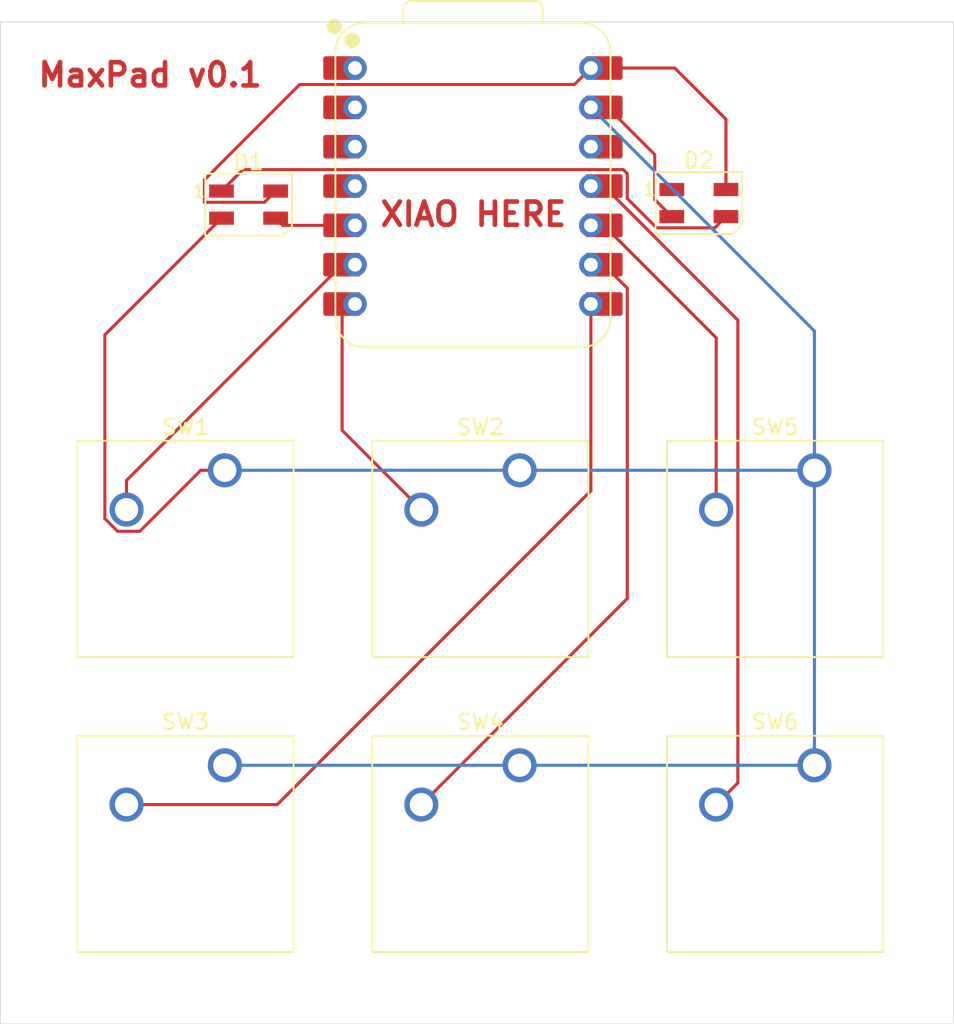
<source format=kicad_pcb>
(kicad_pcb (version 20241229) (generator "pcbnew") (generator_version "9.0")
  (layers (0 "F.Cu" signal) (2 "B.Cu" signal) (13 "F.Paste" user) (15 "B.Paste" user) (5 "F.SilkS" user "F.Silkscreen") (7 "B.SilkS" user "B.Silkscreen") (1 "F.Mask" user) (3 "B.Mask" user) (25 "Edge.Cuts" user))
  (net 0 "")
  (net 1 "+5V")
  (net 2 "Net-(D1-DIN)")
  (net 3 "Net-(D1-DOUT)")
  (net 4 "GND")
  (net 6 "Net-(U1-GPIO1{slash}RX)")
  (net 8 "Net-(U1-GPIO7{slash}SCL)")
  (net 12 "Net-(U1-GPIO0{slash}TX)")
  (net 14 "Net-(U1-GPIO2{slash}SCK)")
  (net 15 "Net-(U1-GPIO4{slash}MISO)")
  (net 16 "Net-(U1-GPIO3{slash}MOSI)")
  (footprint "Button_Switch_Keyboard:SW_Cherry_MX_1.00u_PCB" (layer "F.Cu") (at 159.7025 85.4075)
    (property "Reference" "SW6" (at -2.54 -2.794 0) (layer "F.SilkS"))
    (property "Value" "SW_Push")
    (fp_line (start -9.525 -1.905) (end 4.445 -1.905) (stroke (width 0.12)) (layer "F.SilkS"))
    (fp_line (start -9.525 12.065) (end -9.525 -1.905) (stroke (width 0.12)) (layer "F.SilkS"))
    (fp_line (start 4.445 -1.905) (end 4.445 12.065) (stroke (width 0.12)) (layer "F.SilkS"))
    (fp_line (start 4.445 12.065) (end -9.525 12.065) (stroke (width 0.12)) (layer "F.SilkS"))
    (pad "" np_thru_hole circle (at -7.62 5.08) (size 1.7 1.7) (drill 1.7) (layers "*.Cu" "*.Mask"))
    (pad "" np_thru_hole circle (at -2.54 5.08) (size 4 4) (drill 4) (layers "*.Cu" "*.Mask"))
    (pad "" np_thru_hole circle (at 2.54 5.08) (size 1.7 1.7) (drill 1.7) (layers "*.Cu" "*.Mask"))
    (pad "1" thru_hole circle (at 0 0) (size 2.2 2.2) (drill 1.5) (layers "*.Cu" "*.Mask") (net 4 "GND"))
    (pad "2" thru_hole circle (at -6.35 2.54) (size 2.2 2.2) (drill 1.5) (layers "*.Cu" "*.Mask") (net 16 "Net-(U1-GPIO3{slash}MOSI)"))
  )
  (footprint "Button_Switch_Keyboard:SW_Cherry_MX_1.00u_PCB" (layer "F.Cu") (at 121.6025 85.4075)
    (property "Reference" "SW3" (at -2.54 -2.794 0) (layer "F.SilkS"))
    (property "Value" "SW_Push")
    (fp_line (start -9.525 -1.905) (end 4.445 -1.905) (stroke (width 0.12)) (layer "F.SilkS"))
    (fp_line (start -9.525 12.065) (end -9.525 -1.905) (stroke (width 0.12)) (layer "F.SilkS"))
    (fp_line (start 4.445 -1.905) (end 4.445 12.065) (stroke (width 0.12)) (layer "F.SilkS"))
    (fp_line (start 4.445 12.065) (end -9.525 12.065) (stroke (width 0.12)) (layer "F.SilkS"))
    (pad "" np_thru_hole circle (at -7.62 5.08) (size 1.7 1.7) (drill 1.7) (layers "*.Cu" "*.Mask"))
    (pad "" np_thru_hole circle (at -2.54 5.08) (size 4 4) (drill 4) (layers "*.Cu" "*.Mask"))
    (pad "" np_thru_hole circle (at 2.54 5.08) (size 1.7 1.7) (drill 1.7) (layers "*.Cu" "*.Mask"))
    (pad "1" thru_hole circle (at 0 0) (size 2.2 2.2) (drill 1.5) (layers "*.Cu" "*.Mask") (net 4 "GND"))
    (pad "2" thru_hole circle (at -6.35 2.54) (size 2.2 2.2) (drill 1.5) (layers "*.Cu" "*.Mask") (net 6 "Net-(U1-GPIO1{slash}RX)"))
  )
  (footprint "Button_Switch_Keyboard:SW_Cherry_MX_1.00u_PCB" (layer "F.Cu") (at 140.6525 66.3575)
    (property "Reference" "SW2" (at -2.54 -2.794 0) (layer "F.SilkS"))
    (property "Value" "SW_Push")
    (fp_line (start -9.525 -1.905) (end 4.445 -1.905) (stroke (width 0.12)) (layer "F.SilkS"))
    (fp_line (start -9.525 12.065) (end -9.525 -1.905) (stroke (width 0.12)) (layer "F.SilkS"))
    (fp_line (start 4.445 -1.905) (end 4.445 12.065) (stroke (width 0.12)) (layer "F.SilkS"))
    (fp_line (start 4.445 12.065) (end -9.525 12.065) (stroke (width 0.12)) (layer "F.SilkS"))
    (pad "" np_thru_hole circle (at -7.62 5.08) (size 1.7 1.7) (drill 1.7) (layers "*.Cu" "*.Mask"))
    (pad "" np_thru_hole circle (at -2.54 5.08) (size 4 4) (drill 4) (layers "*.Cu" "*.Mask"))
    (pad "" np_thru_hole circle (at 2.54 5.08) (size 1.7 1.7) (drill 1.7) (layers "*.Cu" "*.Mask"))
    (pad "1" thru_hole circle (at 0 0) (size 2.2 2.2) (drill 1.5) (layers "*.Cu" "*.Mask") (net 4 "GND"))
    (pad "2" thru_hole circle (at -6.35 2.54) (size 2.2 2.2) (drill 1.5) (layers "*.Cu" "*.Mask") (net 12 "Net-(U1-GPIO0{slash}TX)"))
  )
  (footprint "LED_SMD:LED_SK6812MINI_PLCC4_3.5x3.5mm_P1.75mm" (layer "F.Cu") (at 123.13625 49.2)
    (property "Reference" "D1" (at 0 -2.75 0) (layer "F.SilkS"))
    (property "Value" "SK6812MINI")
    (fp_line (start -2.8 -2) (end -2.8 2) (stroke (width 0.12)) (layer "F.SilkS"))
    (fp_line (start -2.8 -2) (end 2.8 -2) (stroke (width 0.12)) (layer "F.SilkS"))
    (fp_line (start -2.8 2) (end 2.2 2) (stroke (width 0.12)) (layer "F.SilkS"))
    (fp_line (start 2.8 1.4) (end 2.2 2) (stroke (width 0.12)) (layer "F.SilkS"))
    (fp_line (start 2.8 1.4) (end 2.8 -2) (stroke (width 0.12)) (layer "F.SilkS"))
    (fp_text user "1" (at -3.2 -0.875 0) (layer "F.SilkS") (effects (font (size 0.8 0.8))))
    (pad "1" smd rect (at -1.75 -0.875) (size 1.6 0.85) (layers "F.Cu" "F.Mask" "F.Paste") (net 3 "Net-(D1-DOUT)"))
    (pad "2" smd rect (at -1.75 0.875) (size 1.6 0.85) (layers "F.Cu" "F.Mask" "F.Paste") (net 4 "GND"))
    (pad "3" smd rect (at 1.75 0.875) (size 1.6 0.85) (layers "F.Cu" "F.Mask" "F.Paste") (net 2 "Net-(D1-DIN)"))
    (pad "4" smd rect (at 1.75 -0.875) (size 1.6 0.85) (layers "F.Cu" "F.Mask" "F.Paste") (net 1 "+5V"))
  )
  (footprint "Button_Switch_Keyboard:SW_Cherry_MX_1.00u_PCB" (layer "F.Cu") (at 159.7025 66.3575)
    (property "Reference" "SW5" (at -2.54 -2.794 0) (layer "F.SilkS"))
    (property "Value" "SW_Push")
    (fp_line (start -9.525 -1.905) (end 4.445 -1.905) (stroke (width 0.12)) (layer "F.SilkS"))
    (fp_line (start -9.525 12.065) (end -9.525 -1.905) (stroke (width 0.12)) (layer "F.SilkS"))
    (fp_line (start 4.445 -1.905) (end 4.445 12.065) (stroke (width 0.12)) (layer "F.SilkS"))
    (fp_line (start 4.445 12.065) (end -9.525 12.065) (stroke (width 0.12)) (layer "F.SilkS"))
    (pad "" np_thru_hole circle (at -7.62 5.08) (size 1.7 1.7) (drill 1.7) (layers "*.Cu" "*.Mask"))
    (pad "" np_thru_hole circle (at -2.54 5.08) (size 4 4) (drill 4) (layers "*.Cu" "*.Mask"))
    (pad "" np_thru_hole circle (at 2.54 5.08) (size 1.7 1.7) (drill 1.7) (layers "*.Cu" "*.Mask"))
    (pad "1" thru_hole circle (at 0 0) (size 2.2 2.2) (drill 1.5) (layers "*.Cu" "*.Mask") (net 4 "GND"))
    (pad "2" thru_hole circle (at -6.35 2.54) (size 2.2 2.2) (drill 1.5) (layers "*.Cu" "*.Mask") (net 15 "Net-(U1-GPIO4{slash}MISO)"))
  )
  (footprint "Button_Switch_Keyboard:SW_Cherry_MX_1.00u_PCB" (layer "F.Cu") (at 121.6025 66.3575)
    (property "Reference" "SW1" (at -2.54 -2.794 0) (layer "F.SilkS"))
    (property "Value" "SW_Push")
    (fp_line (start -9.525 -1.905) (end 4.445 -1.905) (stroke (width 0.12)) (layer "F.SilkS"))
    (fp_line (start -9.525 12.065) (end -9.525 -1.905) (stroke (width 0.12)) (layer "F.SilkS"))
    (fp_line (start 4.445 -1.905) (end 4.445 12.065) (stroke (width 0.12)) (layer "F.SilkS"))
    (fp_line (start 4.445 12.065) (end -9.525 12.065) (stroke (width 0.12)) (layer "F.SilkS"))
    (pad "" np_thru_hole circle (at -7.62 5.08) (size 1.7 1.7) (drill 1.7) (layers "*.Cu" "*.Mask"))
    (pad "" np_thru_hole circle (at -2.54 5.08) (size 4 4) (drill 4) (layers "*.Cu" "*.Mask"))
    (pad "" np_thru_hole circle (at 2.54 5.08) (size 1.7 1.7) (drill 1.7) (layers "*.Cu" "*.Mask"))
    (pad "1" thru_hole circle (at 0 0) (size 2.2 2.2) (drill 1.5) (layers "*.Cu" "*.Mask") (net 4 "GND"))
    (pad "2" thru_hole circle (at -6.35 2.54) (size 2.2 2.2) (drill 1.5) (layers "*.Cu" "*.Mask") (net 8 "Net-(U1-GPIO7{slash}SCL)"))
  )
  (footprint "Button_Switch_Keyboard:SW_Cherry_MX_1.00u_PCB" (layer "F.Cu") (at 140.6525 85.4075)
    (property "Reference" "SW4" (at -2.54 -2.794 0) (layer "F.SilkS"))
    (property "Value" "SW_Push")
    (fp_line (start -9.525 -1.905) (end 4.445 -1.905) (stroke (width 0.12)) (layer "F.SilkS"))
    (fp_line (start -9.525 12.065) (end -9.525 -1.905) (stroke (width 0.12)) (layer "F.SilkS"))
    (fp_line (start 4.445 -1.905) (end 4.445 12.065) (stroke (width 0.12)) (layer "F.SilkS"))
    (fp_line (start 4.445 12.065) (end -9.525 12.065) (stroke (width 0.12)) (layer "F.SilkS"))
    (pad "" np_thru_hole circle (at -7.62 5.08) (size 1.7 1.7) (drill 1.7) (layers "*.Cu" "*.Mask"))
    (pad "" np_thru_hole circle (at -2.54 5.08) (size 4 4) (drill 4) (layers "*.Cu" "*.Mask"))
    (pad "" np_thru_hole circle (at 2.54 5.08) (size 1.7 1.7) (drill 1.7) (layers "*.Cu" "*.Mask"))
    (pad "1" thru_hole circle (at 0 0) (size 2.2 2.2) (drill 1.5) (layers "*.Cu" "*.Mask") (net 4 "GND"))
    (pad "2" thru_hole circle (at -6.35 2.54) (size 2.2 2.2) (drill 1.5) (layers "*.Cu" "*.Mask") (net 14 "Net-(U1-GPIO2{slash}SCK)"))
  )
  (footprint "LED_SMD:LED_SK6812MINI_PLCC4_3.5x3.5mm_P1.75mm" (layer "F.Cu") (at 152.23625 49.1)
    (property "Reference" "D2" (at 0 -2.75 0) (layer "F.SilkS"))
    (property "Value" "SK6812MINI")
    (fp_line (start -2.8 -2) (end -2.8 2) (stroke (width 0.12)) (layer "F.SilkS"))
    (fp_line (start -2.8 -2) (end 2.8 -2) (stroke (width 0.12)) (layer "F.SilkS"))
    (fp_line (start -2.8 2) (end 2.2 2) (stroke (width 0.12)) (layer "F.SilkS"))
    (fp_line (start 2.8 1.4) (end 2.2 2) (stroke (width 0.12)) (layer "F.SilkS"))
    (fp_line (start 2.8 1.4) (end 2.8 -2) (stroke (width 0.12)) (layer "F.SilkS"))
    (fp_text user "1" (at -3.2 -0.875 0) (layer "F.SilkS") (effects (font (size 0.8 0.8))))
    (pad "1" smd rect (at -1.75 -0.875) (size 1.6 0.85) (layers "F.Cu" "F.Mask" "F.Paste"))
    (pad "2" smd rect (at -1.75 0.875) (size 1.6 0.85) (layers "F.Cu" "F.Mask" "F.Paste") (net 4 "GND"))
    (pad "3" smd rect (at 1.75 0.875) (size 1.6 0.85) (layers "F.Cu" "F.Mask" "F.Paste") (net 3 "Net-(D1-DOUT)"))
    (pad "4" smd rect (at 1.75 -0.875) (size 1.6 0.85) (layers "F.Cu" "F.Mask" "F.Paste") (net 1 "+5V"))
  )
  (footprint "OPL:XIAO-RP2040-DIP" (layer "F.Cu") (at 137.63625 48)
    (property "Reference" "U1" (hide yes))
    (property "Value" "XIAO-RP2040-DIP")
    (fp_line (start -8.89 8.509) (end -8.89 -8.636) (stroke (width 0.127)) (layer "F.SilkS"))
    (fp_line (start -6.985 10.414) (end 6.985 10.414) (stroke (width 0.127)) (layer "F.SilkS"))
    (fp_line (start -4.495 -10.541) (end -4.491272 -11.451272) (stroke (width 0.127)) (layer "F.SilkS"))
    (fp_line (start -3.991272 -11.951) (end 4.004 -11.951) (stroke (width 0.127)) (layer "F.SilkS"))
    (fp_line (start 4.504 -11.451) (end 4.504 -10.541) (stroke (width 0.127)) (layer "F.SilkS"))
    (fp_line (start 6.985 -10.541) (end -6.985 -10.541) (stroke (width 0.1)) (layer "F.SilkS"))
    (fp_line (start 6.985 -10.541) (end -6.985 -10.541) (stroke (width 0.127)) (layer "F.SilkS"))
    (fp_line (start 8.89 8.509) (end 8.89 -8.636) (stroke (width 0.127)) (layer "F.SilkS"))
    (fp_arc (start -8.89 -8.636) (mid -8.332038 -9.983038) (end -6.985 -10.541) (stroke (width 0.127)) (layer "F.SilkS"))
    (fp_arc (start -6.985 10.414) (mid -8.332038 9.856038) (end -8.89 8.509) (stroke (width 0.127)) (layer "F.SilkS"))
    (fp_arc (start -4.491272 -11.451272) (mid -4.344728 -11.80464) (end -3.991272 -11.951) (stroke (width 0.127)) (layer "F.SilkS"))
    (fp_arc (start 4.004 -11.951) (mid 4.357553 -11.804553) (end 4.504 -11.451) (stroke (width 0.127)) (layer "F.SilkS"))
    (fp_arc (start 6.985 -10.541) (mid 8.332038 -9.983038) (end 8.89 -8.636) (stroke (width 0.127)) (layer "F.SilkS"))
    (fp_arc (start 8.89 8.509) (mid 8.332038 9.856038) (end 6.985 10.414) (stroke (width 0.127)) (layer "F.SilkS"))
    (fp_circle (center -8.95 -10.3) (end -8.95 -10.554) (stroke (width 0.5)) (fill yes) (layer "F.SilkS"))
    (fp_circle (center -7.807 -9.42) (end -7.807 -9.674) (stroke (width 0.5)) (fill yes) (layer "F.SilkS"))
    (pad "1" smd roundrect (at -8.455 -7.62 180) (size 2.432 1.524) (layers "F.Cu" "F.Mask") (roundrect_rratio 0.1))
    (pad "1" thru_hole circle (at -7.62 -7.62 180) (size 1.524 1.524) (drill 0.889) (layers "*.Cu" "*.Mask"))
    (pad "2" smd roundrect (at -8.455 -5.08 180) (size 2.432 1.524) (layers "F.Cu" "F.Mask") (roundrect_rratio 0.1))
    (pad "2" thru_hole circle (at -7.62 -5.08 180) (size 1.524 1.524) (drill 0.889) (layers "*.Cu" "*.Mask"))
    (pad "3" smd roundrect (at -8.455 -2.54 180) (size 2.432 1.524) (layers "F.Cu" "F.Mask") (roundrect_rratio 0.1))
    (pad "3" thru_hole circle (at -7.62 -2.54 180) (size 1.524 1.524) (drill 0.889) (layers "*.Cu" "*.Mask"))
    (pad "4" smd roundrect (at -8.455 0 180) (size 2.432 1.524) (layers "F.Cu" "F.Mask") (roundrect_rratio 0.1))
    (pad "4" thru_hole circle (at -7.62 0 180) (size 1.524 1.524) (drill 0.889) (layers "*.Cu" "*.Mask"))
    (pad "5" smd roundrect (at -8.455 2.54 180) (size 2.432 1.524) (layers "F.Cu" "F.Mask") (roundrect_rratio 0.1) (net 2 "Net-(D1-DIN)"))
    (pad "5" thru_hole circle (at -7.62 2.54 180) (size 1.524 1.524) (drill 0.889) (layers "*.Cu" "*.Mask") (net 2 "Net-(D1-DIN)"))
    (pad "6" smd roundrect (at -8.455 5.08 180) (size 2.432 1.524) (layers "F.Cu" "F.Mask") (roundrect_rratio 0.1) (net 8 "Net-(U1-GPIO7{slash}SCL)"))
    (pad "6" thru_hole circle (at -7.62 5.08 180) (size 1.524 1.524) (drill 0.889) (layers "*.Cu" "*.Mask") (net 8 "Net-(U1-GPIO7{slash}SCL)"))
    (pad "7" smd roundrect (at -8.455 7.62 180) (size 2.432 1.524) (layers "F.Cu" "F.Mask") (roundrect_rratio 0.1) (net 12 "Net-(U1-GPIO0{slash}TX)"))
    (pad "7" thru_hole circle (at -7.62 7.62 180) (size 1.524 1.524) (drill 0.889) (layers "*.Cu" "*.Mask") (net 12 "Net-(U1-GPIO0{slash}TX)"))
    (pad "8" thru_hole circle (at 7.62 7.62) (size 1.524 1.524) (drill 0.889) (layers "*.Cu" "*.Mask") (net 6 "Net-(U1-GPIO1{slash}RX)"))
    (pad "8" smd roundrect (at 8.455 7.62) (size 2.432 1.524) (layers "F.Cu" "F.Mask") (roundrect_rratio 0.1) (net 6 "Net-(U1-GPIO1{slash}RX)"))
    (pad "9" thru_hole circle (at 7.62 5.08) (size 1.524 1.524) (drill 0.889) (layers "*.Cu" "*.Mask") (net 14 "Net-(U1-GPIO2{slash}SCK)"))
    (pad "9" smd roundrect (at 8.455 5.08) (size 2.432 1.524) (layers "F.Cu" "F.Mask") (roundrect_rratio 0.1) (net 14 "Net-(U1-GPIO2{slash}SCK)"))
    (pad "10" thru_hole circle (at 7.62 2.54) (size 1.524 1.524) (drill 0.889) (layers "*.Cu" "*.Mask") (net 15 "Net-(U1-GPIO4{slash}MISO)"))
    (pad "10" smd roundrect (at 8.455 2.54) (size 2.432 1.524) (layers "F.Cu" "F.Mask") (roundrect_rratio 0.1) (net 15 "Net-(U1-GPIO4{slash}MISO)"))
    (pad "11" thru_hole circle (at 7.62 0) (size 1.524 1.524) (drill 0.889) (layers "*.Cu" "*.Mask") (net 16 "Net-(U1-GPIO3{slash}MOSI)"))
    (pad "11" smd roundrect (at 8.455 0) (size 2.432 1.524) (layers "F.Cu" "F.Mask") (roundrect_rratio 0.1) (net 16 "Net-(U1-GPIO3{slash}MOSI)"))
    (pad "12" thru_hole circle (at 7.62 -2.54) (size 1.524 1.524) (drill 0.889) (layers "*.Cu" "*.Mask"))
    (pad "12" smd roundrect (at 8.455 -2.54) (size 2.432 1.524) (layers "F.Cu" "F.Mask") (roundrect_rratio 0.1))
    (pad "13" thru_hole circle (at 7.62 -5.08) (size 1.524 1.524) (drill 0.889) (layers "*.Cu" "*.Mask") (net 4 "GND"))
    (pad "13" smd roundrect (at 8.455 -5.08) (size 2.432 1.524) (layers "F.Cu" "F.Mask") (roundrect_rratio 0.1) (net 4 "GND"))
    (pad "14" thru_hole circle (at 7.62 -7.62) (size 1.524 1.524) (drill 0.889) (layers "*.Cu" "*.Mask") (net 1 "+5V"))
    (pad "14" smd roundrect (at 8.455 -7.62) (size 2.432 1.524) (layers "F.Cu" "F.Mask") (roundrect_rratio 0.1) (net 1 "+5V"))
  )
  (gr_rect (start 107.1 37.4) (end 168.7 102.1) (stroke (width 0.05)) (fill no) (layer "Edge.Cuts"))
  (gr_text "XIAO HERE" (at 131.5 50.7 0) (layer "F.Cu") (effects (font (size 1.5 1.5) (thickness 0.3) (bold yes)) (justify left bottom)))
  (gr_text "MaxPad v0.1" (at 109.4 41.7 0) (layer "F.Cu") (effects (font (size 1.5 1.5) (thickness 0.3) (bold yes)) (justify left bottom)))
  (segment (start 126.44125 41.443) (end 144.19325 41.443) (width 0.2) (layer "F.Cu") (net 1))
  (segment (start 144.19325 41.443) (end 145.25625 40.38) (width 0.2) (layer "F.Cu") (net 1))
  (segment (start 124.16025 49.051) (end 120.28525 49.051) (width 0.2) (layer "F.Cu") (net 1))
  (segment (start 153.98625 48.225) (end 153.98625 43.68625) (width 0.2) (layer "F.Cu") (net 1))
  (segment (start 124.88625 48.325) (end 124.16025 49.051) (width 0.2) (layer "F.Cu") (net 1))
  (segment (start 153.98625 43.68625) (end 150.68 40.38) (width 0.2) (layer "F.Cu") (net 1))
  (segment (start 120.28525 49.051) (end 120.28525 47.599) (width 0.2) (layer "F.Cu") (net 1))
  (segment (start 150.68 40.38) (end 146.09125 40.38) (width 0.2) (layer "F.Cu") (net 1))
  (segment (start 120.28525 47.599) (end 126.44125 41.443) (width 0.2) (layer "F.Cu") (net 1))
  (segment (start 125.35125 50.54) (end 124.88625 50.075) (width 0.2) (layer "F.Cu") (net 2))
  (segment (start 130.01625 50.54) (end 125.35125 50.54) (width 0.2) (layer "F.Cu") (net 2))
  (segment (start 147.346876 46.937) (end 147.60825 47.198374) (width 0.2) (layer "F.Cu") (net 3))
  (segment (start 147.60825 48.80825) (end 149.501 50.701) (width 0.2) (layer "F.Cu") (net 3))
  (segment (start 147.60825 47.198374) (end 147.60825 48.80825) (width 0.2) (layer "F.Cu") (net 3))
  (segment (start 122.77425 46.937) (end 147.346876 46.937) (width 0.2) (layer "F.Cu") (net 3))
  (segment (start 149.501 50.701) (end 153.26025 50.701) (width 0.2) (layer "F.Cu") (net 3))
  (segment (start 153.26025 50.701) (end 153.98625 49.975) (width 0.2) (layer "F.Cu") (net 3))
  (segment (start 121.38625 48.325) (end 122.77425 46.937) (width 0.2) (layer "F.Cu") (net 3))
  (segment (start 149.38525 48.874) (end 150.48625 49.975) (width 0.2) (layer "F.Cu") (net 4))
  (segment (start 116.105866 70.2985) (end 120.046866 66.3575) (width 0.2) (layer "F.Cu") (net 4))
  (segment (start 120.046866 66.3575) (end 121.6025 66.3575) (width 0.2) (layer "F.Cu") (net 4))
  (segment (start 146.33388 42.92) (end 149.38525 45.97137) (width 0.2) (layer "F.Cu") (net 4))
  (segment (start 121.38625 50.075) (end 113.8515 57.60975) (width 0.2) (layer "F.Cu") (net 4))
  (segment (start 113.8515 69.477814) (end 114.672186 70.2985) (width 0.2) (layer "F.Cu") (net 4))
  (segment (start 114.672186 70.2985) (end 116.105866 70.2985) (width 0.2) (layer "F.Cu") (net 4))
  (segment (start 113.8515 57.60975) (end 113.8515 69.477814) (width 0.2) (layer "F.Cu") (net 4))
  (segment (start 121.6025 50.29125) (end 121.38625 50.075) (width 0.2) (layer "F.Cu") (net 4))
  (segment (start 145.25625 42.92) (end 146.33388 42.92) (width 0.2) (layer "F.Cu") (net 4))
  (segment (start 149.38525 45.97137) (end 149.38525 48.874) (width 0.2) (layer "F.Cu") (net 4))
  (segment (start 140.6525 85.4075) (end 159.7025 85.4075) (width 0.2) (layer "B.Cu") (net 4))
  (segment (start 159.7025 66.3575) (end 159.7025 57.36625) (width 0.2) (layer "B.Cu") (net 4))
  (segment (start 121.6025 85.4075) (end 140.6525 85.4075) (width 0.2) (layer "B.Cu") (net 4))
  (segment (start 121.6025 66.3575) (end 140.6525 66.3575) (width 0.2) (layer "B.Cu") (net 4))
  (segment (start 159.7025 66.3575) (end 140.6525 66.3575) (width 0.2) (layer "B.Cu") (net 4))
  (segment (start 159.7025 85.4075) (end 159.7025 66.3575) (width 0.2) (layer "B.Cu") (net 4))
  (segment (start 159.7025 57.36625) (end 145.25625 42.92) (width 0.2) (layer "B.Cu") (net 4))
  (segment (start 145.25625 67.67528) (end 145.25625 55.62) (width 0.2) (layer "F.Cu") (net 6))
  (segment (start 124.98403 87.9475) (end 145.25625 67.67528) (width 0.2) (layer "F.Cu") (net 6))
  (segment (start 115.2525 87.9475) (end 124.98403 87.9475) (width 0.2) (layer "F.Cu") (net 6))
  (segment (start 115.2525 67.00875) (end 129.18125 53.08) (width 0.2) (layer "F.Cu") (net 8))
  (segment (start 115.2525 68.8975) (end 115.2525 67.00875) (width 0.2) (layer "F.Cu") (net 8))
  (segment (start 134.3025 68.8975) (end 129.18125 63.77625) (width 0.2) (layer "F.Cu") (net 12))
  (segment (start 129.18125 63.77625) (end 129.18125 55.62) (width 0.2) (layer "F.Cu") (net 12))
  (segment (start 134.3025 87.9475) (end 147.60825 74.64175) (width 0.2) (layer "F.Cu") (net 14))
  (segment (start 147.60825 54.597) (end 146.09125 53.08) (width 0.2) (layer "F.Cu") (net 14))
  (segment (start 147.60825 74.64175) (end 147.60825 54.597) (width 0.2) (layer "F.Cu") (net 14))
  (segment (start 153.3525 57.80125) (end 146.09125 50.54) (width 0.2) (layer "F.Cu") (net 15))
  (segment (start 153.3525 68.8975) (end 153.3525 57.80125) (width 0.2) (layer "F.Cu") (net 15))
  (segment (start 154.7535 56.66225) (end 146.09125 48) (width 0.2) (layer "F.Cu") (net 16))
  (segment (start 153.3525 87.9475) (end 154.7535 86.5465) (width 0.2) (layer "F.Cu") (net 16))
  (segment (start 154.7535 86.5465) (end 154.7535 56.66225) (width 0.2) (layer "F.Cu") (net 16))
)
</source>
